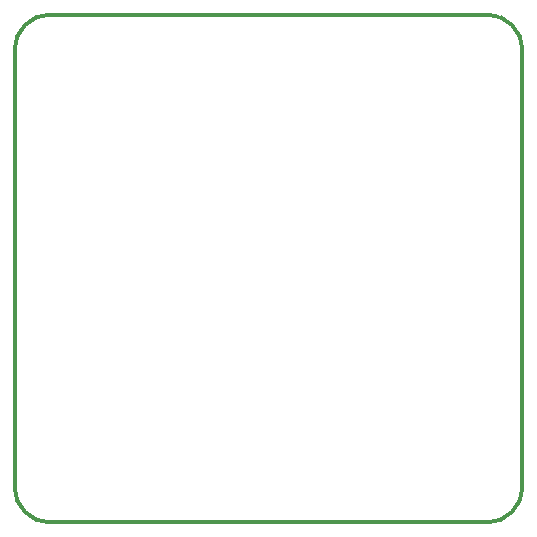
<source format=gko>
G04 Layer: BoardOutlineLayer*
G04 EasyEDA Pro v2.1.64.d1969c9c.217bcf, 2024-08-30 02:53:31*
G04 Gerber Generator version 0.3*
G04 Scale: 100 percent, Rotated: No, Reflected: No*
G04 Dimensions in millimeters*
G04 Leading zeros omitted, absolute positions, 3 integers and 5 decimals*
%FSLAX35Y35*%
%MOMM*%
%ADD10C,0.3*%
G75*


G04 Rect Start*
G54D10*
G01X-2140340Y1844414D02*
G01X-2140340Y-1855587D01*
G03X-1840340Y-2155586I300000J0D01*
G01X1859660D01*
G03X2159660Y-1855587I0J300000D01*
G01Y1844414D01*
G03X1859660Y2144414I-300000J0D01*
G01X-1840340D01*
G03X-2140340Y1844414I0J-300000D01*
G04 Rect End*

M02*

</source>
